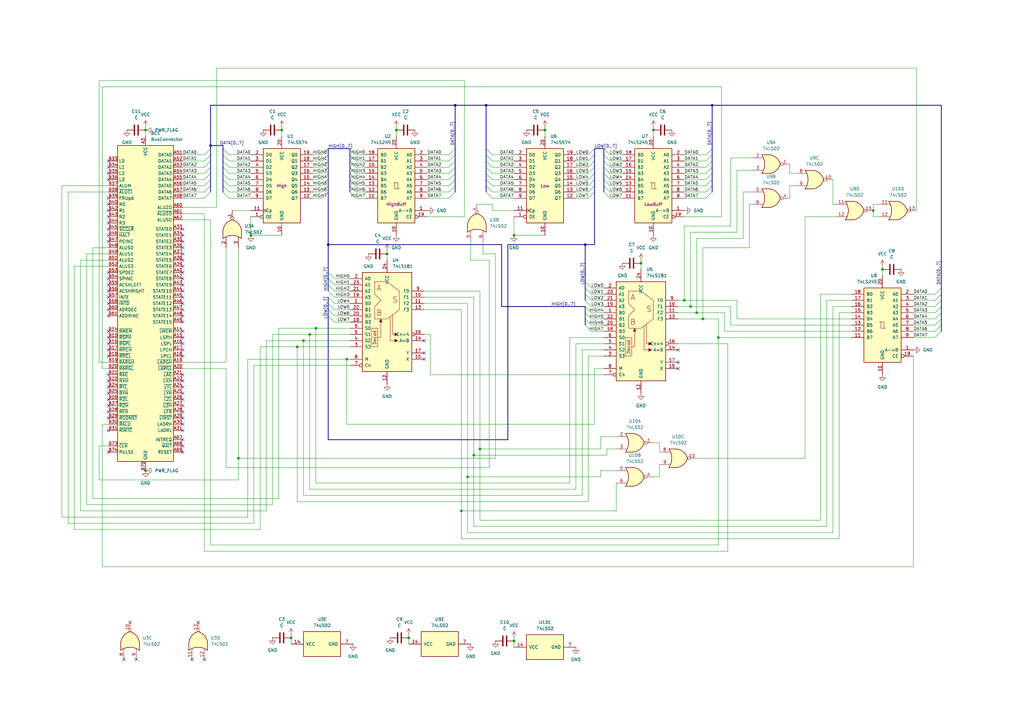
<source format=kicad_sch>
(kicad_sch (version 20250114) (generator "eeschema") (generator_version "9.0")
  (paper "A3")
  (junction (at 59.69 193.04))
  (junction (at 288.29 130.81))
  (junction (at 191.77 195.58))
  (junction (at 267.97 53.34))
  (junction (at 158.75 104.14))
  (junction (at 162.56 53.34))
  (junction (at 294.64 138.43))
  (junction (at 292.1 43.18))
  (junction (at 167.64 261.62))
  (junction (at 124.46 139.7))
  (junction (at 196.85 184.15))
  (junction (at 97.79 187.96))
  (junction (at 127 137.16))
  (junction (at 358.14 86.36))
  (junction (at 142.24 147.32))
  (junction (at 129.54 134.62))
  (junction (at 210.82 262.89))
  (junction (at 194.31 186.69))
  (junction (at 361.95 110.49))
  (junction (at 285.75 128.27))
  (junction (at 115.57 53.34))
  (junction (at 121.92 142.24))
  (junction (at 189.23 209.55))
  (junction (at 280.67 123.19))
  (junction (at 283.21 125.73))
  (junction (at 119.38 261.62))
  (junction (at 210.82 96.52))
  (junction (at 223.52 53.34))
  (junction (at 134.62 100.33))
  (junction (at 186.69 43.18))
  (junction (at 262.89 107.95))
  (junction (at 240.03 100.33))
  (junction (at 86.36 59.69))
  (junction (at 199.39 43.18))
  (junction (at 102.87 96.52))
  (junction (at 59.69 53.34))
  (no_connect (at 74.93 124.46))
  (no_connect (at 81.28 255.27))
  (no_connect (at 74.93 99.06))
  (no_connect (at 74.93 140.97))
  (no_connect (at 74.93 106.68))
  (no_connect (at 74.93 180.34))
  (no_connect (at 74.93 132.08))
  (no_connect (at 278.13 151.13))
  (no_connect (at 44.45 91.44))
  (no_connect (at 74.93 109.22))
  (no_connect (at 74.93 101.6))
  (no_connect (at 278.13 143.51))
  (no_connect (at 44.45 163.83))
  (no_connect (at 44.45 153.67))
  (no_connect (at 44.45 88.9))
  (no_connect (at 74.93 168.91))
  (no_connect (at 74.93 111.76))
  (no_connect (at 74.93 171.45))
  (no_connect (at 74.93 158.75))
  (no_connect (at 44.45 158.75))
  (no_connect (at 74.93 119.38))
  (no_connect (at 44.45 111.76))
  (no_connect (at 74.93 121.92))
  (no_connect (at 74.93 93.98))
  (no_connect (at 44.45 166.37))
  (no_connect (at 74.93 114.3))
  (no_connect (at 74.93 185.42))
  (no_connect (at 44.45 96.52))
  (no_connect (at 55.88 270.51))
  (no_connect (at 44.45 127))
  (no_connect (at 74.93 176.53))
  (no_connect (at 74.93 146.05))
  (no_connect (at 278.13 148.59))
  (no_connect (at 44.45 116.84))
  (no_connect (at 44.45 176.53))
  (no_connect (at 44.45 140.97))
  (no_connect (at 44.45 73.66))
  (no_connect (at 173.99 147.32))
  (no_connect (at 44.45 171.45))
  (no_connect (at 44.45 66.04))
  (no_connect (at 44.45 129.54))
  (no_connect (at 44.45 138.43))
  (no_connect (at 74.93 143.51))
  (no_connect (at 74.93 96.52))
  (no_connect (at 44.45 121.92))
  (no_connect (at 44.45 68.58))
  (no_connect (at 53.34 255.27))
  (no_connect (at 74.93 182.88))
  (no_connect (at 44.45 119.38))
  (no_connect (at 74.93 116.84))
  (no_connect (at 44.45 185.42))
  (no_connect (at 74.93 161.29))
  (no_connect (at 44.45 156.21))
  (no_connect (at 74.93 138.43))
  (no_connect (at 44.45 114.3))
  (no_connect (at 44.45 93.98))
  (no_connect (at 44.45 143.51))
  (no_connect (at 74.93 104.14))
  (no_connect (at 173.99 144.78))
  (no_connect (at 74.93 135.89))
  (no_connect (at 74.93 166.37))
  (no_connect (at 44.45 83.82))
  (no_connect (at 44.45 161.29))
  (no_connect (at 44.45 168.91))
  (no_connect (at 173.99 139.7))
  (no_connect (at 74.93 156.21))
  (no_connect (at 44.45 124.46))
  (no_connect (at 74.93 173.99))
  (no_connect (at 44.45 99.06))
  (no_connect (at 44.45 81.28))
  (no_connect (at 78.74 270.51))
  (no_connect (at 74.93 127))
  (no_connect (at 74.93 153.67))
  (no_connect (at 50.8 270.51))
  (no_connect (at 74.93 163.83))
  (no_connect (at 44.45 135.89))
  (no_connect (at 83.82 270.51))
  (no_connect (at 44.45 146.05))
  (no_connect (at 74.93 129.54))
  (no_connect (at 44.45 86.36))
  (no_connect (at 44.45 71.12))
  (bus_entry (at 247.65 78.74) (size 2.54 2.54))
  (bus_entry (at 134.62 124.46) (size 2.54 2.54))
  (bus_entry (at 292.1 76.2) (size -2.54 2.54))
  (bus_entry (at 292.1 63.5) (size -2.54 2.54))
  (bus_entry (at 386.08 118.11) (size -2.54 2.54))
  (bus_entry (at 243.84 76.2) (size -2.54 2.54))
  (bus_entry (at 134.62 121.92) (size 2.54 2.54))
  (bus_entry (at 186.69 78.74) (size -2.54 2.54))
  (bus_entry (at 134.62 127) (size 2.54 2.54))
  (bus_entry (at 86.36 66.04) (size -2.54 2.54))
  (bus_entry (at 91.44 73.66) (size 2.54 2.54))
  (bus_entry (at 199.39 73.66) (size 2.54 2.54))
  (bus_entry (at 186.69 66.04) (size -2.54 2.54))
  (bus_entry (at 134.62 68.58) (size -2.54 2.54))
  (bus_entry (at 243.84 73.66) (size -2.54 2.54))
  (bus_entry (at 143.51 73.66) (size 2.54 2.54))
  (bus_entry (at 134.62 63.5) (size -2.54 2.54))
  (bus_entry (at 86.36 73.66) (size -2.54 2.54))
  (bus_entry (at 91.44 68.58) (size 2.54 2.54))
  (bus_entry (at 134.62 76.2) (size -2.54 2.54))
  (bus_entry (at 243.84 68.58) (size -2.54 2.54))
  (bus_entry (at 199.39 71.12) (size 2.54 2.54))
  (bus_entry (at 143.51 71.12) (size 2.54 2.54))
  (bus_entry (at 134.62 111.76) (size 2.54 2.54))
  (bus_entry (at 134.62 78.74) (size -2.54 2.54))
  (bus_entry (at 386.08 120.65) (size -2.54 2.54))
  (bus_entry (at 199.39 76.2) (size 2.54 2.54))
  (bus_entry (at 86.36 60.96) (size -2.54 2.54))
  (bus_entry (at 243.84 60.96) (size -2.54 2.54))
  (bus_entry (at 240.03 130.81) (size 2.54 2.54))
  (bus_entry (at 134.62 71.12) (size -2.54 2.54))
  (bus_entry (at 91.44 78.74) (size 2.54 2.54))
  (bus_entry (at 247.65 76.2) (size 2.54 2.54))
  (bus_entry (at 91.44 63.5) (size 2.54 2.54))
  (bus_entry (at 86.36 68.58) (size -2.54 2.54))
  (bus_entry (at 186.69 68.58) (size -2.54 2.54))
  (bus_entry (at 240.03 118.11) (size 2.54 2.54))
  (bus_entry (at 143.51 68.58) (size 2.54 2.54))
  (bus_entry (at 240.03 115.57) (size 2.54 2.54))
  (bus_entry (at 199.39 68.58) (size 2.54 2.54))
  (bus_entry (at 134.62 60.96) (size -2.54 2.54))
  (bus_entry (at 186.69 73.66) (size -2.54 2.54))
  (bus_entry (at 240.03 120.65) (size 2.54 2.54))
  (bus_entry (at 134.62 66.04) (size -2.54 2.54))
  (bus_entry (at 199.39 60.96) (size 2.54 2.54))
  (bus_entry (at 134.62 116.84) (size 2.54 2.54))
  (bus_entry (at 134.62 119.38) (size 2.54 2.54))
  (bus_entry (at 86.36 71.12) (size -2.54 2.54))
  (bus_entry (at 91.44 60.96) (size 2.54 2.54))
  (bus_entry (at 143.51 76.2) (size 2.54 2.54))
  (bus_entry (at 243.84 66.04) (size -2.54 2.54))
  (bus_entry (at 240.03 128.27) (size 2.54 2.54))
  (bus_entry (at 186.69 63.5) (size -2.54 2.54))
  (bus_entry (at 243.84 78.74) (size -2.54 2.54))
  (bus_entry (at 243.84 71.12) (size -2.54 2.54))
  (bus_entry (at 86.36 78.74) (size -2.54 2.54))
  (bus_entry (at 86.36 76.2) (size -2.54 2.54))
  (bus_entry (at 143.51 66.04) (size 2.54 2.54))
  (bus_entry (at 386.08 130.81) (size -2.54 2.54))
  (bus_entry (at 91.44 71.12) (size 2.54 2.54))
  (bus_entry (at 247.65 68.58) (size 2.54 2.54))
  (bus_entry (at 240.03 125.73) (size 2.54 2.54))
  (bus_entry (at 134.62 73.66) (size -2.54 2.54))
  (bus_entry (at 292.1 60.96) (size -2.54 2.54))
  (bus_entry (at 86.36 63.5) (size -2.54 2.54))
  (bus_entry (at 143.51 60.96) (size 2.54 2.54))
  (bus_entry (at 292.1 68.58) (size -2.54 2.54))
  (bus_entry (at 247.65 66.04) (size 2.54 2.54))
  (bus_entry (at 186.69 60.96) (size -2.54 2.54))
  (bus_entry (at 386.08 123.19) (size -2.54 2.54))
  (bus_entry (at 386.08 133.35) (size -2.54 2.54))
  (bus_entry (at 292.1 71.12) (size -2.54 2.54))
  (bus_entry (at 199.39 63.5) (size 2.54 2.54))
  (bus_entry (at 247.65 73.66) (size 2.54 2.54))
  (bus_entry (at 91.44 76.2) (size 2.54 2.54))
  (bus_entry (at 134.62 129.54) (size 2.54 2.54))
  (bus_entry (at 240.03 123.19) (size 2.54 2.54))
  (bus_entry (at 386.08 135.89) (size -2.54 2.54))
  (bus_entry (at 247.65 63.5) (size 2.54 2.54))
  (bus_entry (at 292.1 66.04) (size -2.54 2.54))
  (bus_entry (at 292.1 73.66) (size -2.54 2.54))
  (bus_entry (at 386.08 125.73) (size -2.54 2.54))
  (bus_entry (at 247.65 60.96) (size 2.54 2.54))
  (bus_entry (at 186.69 71.12) (size -2.54 2.54))
  (bus_entry (at 292.1 78.74) (size -2.54 2.54))
  (bus_entry (at 240.03 133.35) (size 2.54 2.54))
  (bus_entry (at 199.39 66.04) (size 2.54 2.54))
  (bus_entry (at 134.62 114.3) (size 2.54 2.54))
  (bus_entry (at 243.84 63.5) (size -2.54 2.54))
  (bus_entry (at 247.65 71.12) (size 2.54 2.54))
  (bus_entry (at 386.08 128.27) (size -2.54 2.54))
  (bus_entry (at 143.51 78.74) (size 2.54 2.54))
  (bus_entry (at 91.44 66.04) (size 2.54 2.54))
  (bus_entry (at 199.39 78.74) (size 2.54 2.54))
  (bus_entry (at 143.51 63.5) (size 2.54 2.54))
  (bus_entry (at 186.69 76.2) (size -2.54 2.54))
  (bus (pts (xy 386.08 133.35) (xy 386.08 135.89)))
  (wire (pts (xy 27.94 214.63) (xy 104.14 214.63)))
  (wire (pts (xy 233.68 198.12) (xy 233.68 138.43)))
  (wire (pts (xy 173.99 127) (xy 189.23 127)))
  (wire (pts (xy 302.26 95.25) (xy 302.26 69.85)))
  (wire (pts (xy 285.75 128.27) (xy 285.75 97.79)))
  (wire (pts (xy 121.92 205.74) (xy 241.3 205.74)))
  (wire (pts (xy 200.66 106.68) (xy 193.04 106.68)))
  (wire (pts (xy 255.27 71.12) (xy 250.19 71.12)))
  (wire (pts (xy 248.92 186.69) (xy 248.92 184.15)))
  (wire (pts (xy 149.86 81.28) (xy 146.05 81.28)))
  (bus (pts (xy 186.69 76.2) (xy 186.69 78.74)))
  (bus (pts (xy 205.74 125.73) (xy 240.03 125.73)))
  (wire (pts (xy 375.92 86.36) (xy 375.92 27.94)))
  (wire (pts (xy 40.64 182.88) (xy 40.64 196.85)))
  (wire (pts (xy 236.22 81.28) (xy 241.3 81.28)))
  (bus (pts (xy 247.65 73.66) (xy 247.65 76.2)))
  (bus (pts (xy 240.03 100.33) (xy 243.84 100.33)))
  (wire (pts (xy 41.91 151.13) (xy 41.91 35.56)))
  (wire (pts (xy 323.85 76.2) (xy 326.39 76.2)))
  (wire (pts (xy 184.15 63.5) (xy 175.26 63.5)))
  (wire (pts (xy 104.14 149.86) (xy 143.51 149.86)))
  (wire (pts (xy 243.84 151.13) (xy 247.65 151.13)))
  (wire (pts (xy 109.22 209.55) (xy 109.22 139.7)))
  (wire (pts (xy 40.64 148.59) (xy 44.45 148.59)))
  (wire (pts (xy 243.84 173.99) (xy 243.84 151.13)))
  (wire (pts (xy 238.76 203.2) (xy 238.76 143.51)))
  (wire (pts (xy 173.99 121.92) (xy 194.31 121.92)))
  (wire (pts (xy 83.82 66.04) (xy 74.93 66.04)))
  (wire (pts (xy 83.82 81.28) (xy 74.93 81.28)))
  (bus (pts (xy 134.62 116.84) (xy 134.62 119.38)))
  (wire (pts (xy 93.98 66.04) (xy 102.87 66.04)))
  (bus (pts (xy 199.39 66.04) (xy 199.39 68.58)))
  (wire (pts (xy 203.2 104.14) (xy 198.12 104.14)))
  (wire (pts (xy 142.24 147.32) (xy 142.24 173.99)))
  (wire (pts (xy 191.77 195.58) (xy 191.77 218.44)))
  (wire (pts (xy 270.51 195.58) (xy 270.51 190.5)))
  (bus (pts (xy 240.03 120.65) (xy 240.03 123.19)))
  (wire (pts (xy 299.72 125.73) (xy 299.72 133.35)))
  (wire (pts (xy 184.15 71.12) (xy 175.26 71.12)))
  (bus (pts (xy 240.03 128.27) (xy 240.03 130.81)))
  (bus (pts (xy 199.39 76.2) (xy 199.39 78.74)))
  (wire (pts (xy 35.56 207.01) (xy 111.76 207.01)))
  (wire (pts (xy 339.09 215.9) (xy 339.09 123.19)))
  (wire (pts (xy 278.13 128.27) (xy 285.75 128.27)))
  (wire (pts (xy 27.94 78.74) (xy 44.45 78.74)))
  (wire (pts (xy 83.82 68.58) (xy 74.93 68.58)))
  (bus (pts (xy 292.1 71.12) (xy 292.1 73.66)))
  (wire (pts (xy 289.56 73.66) (xy 280.67 73.66)))
  (wire (pts (xy 323.85 71.12) (xy 326.39 71.12)))
  (wire (pts (xy 129.54 134.62) (xy 143.51 134.62)))
  (bus (pts (xy 386.08 125.73) (xy 386.08 128.27)))
  (wire (pts (xy 93.98 78.74) (xy 102.87 78.74)))
  (wire (pts (xy 198.12 104.14) (xy 198.12 99.06)))
  (wire (pts (xy 267.97 53.34) (xy 267.97 55.88)))
  (wire (pts (xy 162.56 52.07) (xy 162.56 53.34)))
  (wire (pts (xy 289.56 66.04) (xy 280.67 66.04)))
  (wire (pts (xy 242.57 123.19) (xy 247.65 123.19)))
  (bus (pts (xy 240.03 100.33) (xy 240.03 115.57)))
  (wire (pts (xy 83.82 76.2) (xy 74.93 76.2)))
  (bus (pts (xy 134.62 100.33) (xy 205.74 100.33)))
  (wire (pts (xy 339.09 123.19) (xy 349.25 123.19)))
  (wire (pts (xy 341.63 125.73) (xy 349.25 125.73)))
  (wire (pts (xy 238.76 143.51) (xy 247.65 143.51)))
  (bus (pts (xy 91.44 59.69) (xy 91.44 60.96)))
  (wire (pts (xy 30.48 109.22) (xy 44.45 109.22)))
  (wire (pts (xy 74.93 151.13) (xy 92.71 151.13)))
  (wire (pts (xy 255.27 81.28) (xy 250.19 81.28)))
  (wire (pts (xy 285.75 128.27) (xy 297.18 128.27)))
  (bus (pts (xy 186.69 66.04) (xy 186.69 68.58)))
  (wire (pts (xy 124.46 139.7) (xy 143.51 139.7)))
  (wire (pts (xy 92.71 148.59) (xy 92.71 101.6)))
  (bus (pts (xy 86.36 71.12) (xy 86.36 73.66)))
  (bus (pts (xy 292.1 63.5) (xy 292.1 66.04)))
  (wire (pts (xy 104.14 214.63) (xy 104.14 149.86)))
  (wire (pts (xy 201.93 71.12) (xy 210.82 71.12)))
  (wire (pts (xy 97.79 187.96) (xy 203.2 187.96)))
  (wire (pts (xy 299.72 64.77) (xy 308.61 64.77)))
  (wire (pts (xy 289.56 76.2) (xy 280.67 76.2)))
  (bus (pts (xy 247.65 76.2) (xy 247.65 78.74)))
  (wire (pts (xy 203.2 187.96) (xy 203.2 104.14)))
  (wire (pts (xy 196.85 184.15) (xy 196.85 213.36)))
  (wire (pts (xy 137.16 114.3) (xy 143.51 114.3)))
  (wire (pts (xy 40.64 196.85) (xy 97.79 196.85)))
  (wire (pts (xy 255.27 66.04) (xy 250.19 66.04)))
  (wire (pts (xy 41.91 35.56) (xy 295.91 35.56)))
  (wire (pts (xy 285.75 97.79) (xy 304.8 97.79)))
  (wire (pts (xy 288.29 130.81) (xy 294.64 130.81)))
  (wire (pts (xy 184.15 78.74) (xy 175.26 78.74)))
  (wire (pts (xy 162.56 53.34) (xy 162.56 55.88)))
  (bus (pts (xy 143.51 66.04) (xy 143.51 68.58)))
  (wire (pts (xy 344.17 128.27) (xy 349.25 128.27)))
  (bus (pts (xy 199.39 43.18) (xy 292.1 43.18)))
  (wire (pts (xy 210.82 96.52) (xy 210.82 88.9)))
  (wire (pts (xy 106.68 217.17) (xy 106.68 142.24)))
  (wire (pts (xy 25.4 76.2) (xy 44.45 76.2)))
  (wire (pts (xy 101.6 212.09) (xy 101.6 147.32)))
  (bus (pts (xy 86.36 66.04) (xy 86.36 68.58)))
  (wire (pts (xy 173.99 119.38) (xy 196.85 119.38)))
  (bus (pts (xy 86.36 43.18) (xy 86.36 59.69)))
  (wire (pts (xy 289.56 81.28) (xy 280.67 81.28)))
  (wire (pts (xy 191.77 195.58) (xy 246.38 195.58)))
  (bus (pts (xy 186.69 73.66) (xy 186.69 76.2)))
  (bus (pts (xy 240.03 115.57) (xy 240.03 118.11)))
  (wire (pts (xy 33.02 106.68) (xy 33.02 209.55)))
  (wire (pts (xy 223.52 53.34) (xy 223.52 55.88)))
  (bus (pts (xy 199.39 43.18) (xy 199.39 60.96)))
  (wire (pts (xy 278.13 140.97) (xy 298.45 140.97)))
  (wire (pts (xy 358.14 88.9) (xy 360.68 88.9)))
  (wire (pts (xy 74.93 148.59) (xy 92.71 148.59)))
  (wire (pts (xy 288.29 130.81) (xy 288.29 101.6)))
  (wire (pts (xy 246.38 184.15) (xy 246.38 179.07)))
  (bus (pts (xy 292.1 66.04) (xy 292.1 68.58)))
  (wire (pts (xy 194.31 215.9) (xy 339.09 215.9)))
  (wire (pts (xy 93.98 68.58) (xy 102.87 68.58)))
  (wire (pts (xy 129.54 198.12) (xy 233.68 198.12)))
  (wire (pts (xy 242.57 135.89) (xy 247.65 135.89)))
  (wire (pts (xy 344.17 220.98) (xy 344.17 128.27)))
  (wire (pts (xy 298.45 140.97) (xy 298.45 226.06)))
  (wire (pts (xy 294.64 223.52) (xy 86.36 223.52)))
  (wire (pts (xy 304.8 97.79) (xy 304.8 78.74)))
  (wire (pts (xy 38.1 101.6) (xy 38.1 204.47)))
  (wire (pts (xy 383.54 133.35) (xy 374.65 133.35)))
  (bus (pts (xy 240.03 125.73) (xy 240.03 128.27)))
  (wire (pts (xy 383.54 130.81) (xy 374.65 130.81)))
  (bus (pts (xy 143.51 73.66) (xy 143.51 76.2)))
  (wire (pts (xy 114.3 204.47) (xy 114.3 134.62)))
  (wire (pts (xy 374.65 232.41) (xy 374.65 146.05)))
  (wire (pts (xy 115.57 52.07) (xy 115.57 53.34)))
  (wire (pts (xy 88.9 85.09) (xy 74.93 85.09)))
  (wire (pts (xy 149.86 73.66) (xy 146.05 73.66)))
  (wire (pts (xy 255.27 78.74) (xy 250.19 78.74)))
  (wire (pts (xy 83.82 78.74) (xy 74.93 78.74)))
  (wire (pts (xy 124.46 203.2) (xy 238.76 203.2)))
  (bus (pts (xy 247.65 60.96) (xy 247.65 63.5)))
  (wire (pts (xy 358.14 86.36) (xy 358.14 88.9)))
  (wire (pts (xy 111.76 207.01) (xy 111.76 137.16)))
  (wire (pts (xy 361.95 110.49) (xy 361.95 113.03)))
  (bus (pts (xy 134.62 78.74) (xy 134.62 100.33)))
  (bus (pts (xy 243.84 71.12) (xy 243.84 73.66)))
  (wire (pts (xy 38.1 204.47) (xy 114.3 204.47)))
  (wire (pts (xy 383.54 135.89) (xy 374.65 135.89)))
  (bus (pts (xy 134.62 73.66) (xy 134.62 76.2)))
  (bus (pts (xy 143.51 60.96) (xy 143.51 63.5)))
  (wire (pts (xy 242.57 130.81) (xy 247.65 130.81)))
  (wire (pts (xy 33.02 106.68) (xy 44.45 106.68)))
  (bus (pts (xy 86.36 60.96) (xy 86.36 63.5)))
  (wire (pts (xy 283.21 125.73) (xy 283.21 95.25)))
  (wire (pts (xy 59.69 52.07) (xy 59.69 53.34)))
  (wire (pts (xy 267.97 52.07) (xy 267.97 53.34)))
  (bus (pts (xy 91.44 71.12) (xy 91.44 73.66)))
  (wire (pts (xy 246.38 195.58) (xy 246.38 193.04)))
  (bus (pts (xy 199.39 60.96) (xy 199.39 63.5)))
  (bus (pts (xy 208.28 100.33) (xy 240.03 100.33)))
  (wire (pts (xy 201.93 76.2) (xy 210.82 76.2)))
  (bus (pts (xy 386.08 43.18) (xy 292.1 43.18)))
  (bus (pts (xy 243.84 76.2) (xy 243.84 78.74)))
  (bus (pts (xy 134.62 100.33) (xy 134.62 111.76)))
  (bus (pts (xy 134.62 111.76) (xy 134.62 114.3)))
  (bus (pts (xy 91.44 76.2) (xy 91.44 78.74)))
  (wire (pts (xy 102.87 96.52) (xy 102.87 88.9)))
  (wire (pts (xy 93.98 73.66) (xy 102.87 73.66)))
  (wire (pts (xy 295.91 88.9) (xy 280.67 88.9)))
  (wire (pts (xy 297.18 128.27) (xy 297.18 135.89)))
  (bus (pts (xy 91.44 73.66) (xy 91.44 76.2)))
  (wire (pts (xy 341.63 83.82) (xy 342.9 83.82)))
  (wire (pts (xy 119.38 260.35) (xy 119.38 261.62)))
  (wire (pts (xy 196.85 213.36) (xy 336.55 213.36)))
  (wire (pts (xy 137.16 127) (xy 143.51 127)))
  (bus (pts (xy 143.51 68.58) (xy 143.51 71.12)))
  (wire (pts (xy 137.16 132.08) (xy 143.51 132.08)))
  (wire (pts (xy 111.76 137.16) (xy 127 137.16)))
  (wire (pts (xy 95.25 86.36) (xy 102.87 86.36)))
  (wire (pts (xy 294.64 138.43) (xy 349.25 138.43)))
  (wire (pts (xy 86.36 90.17) (xy 74.93 90.17)))
  (bus (pts (xy 134.62 124.46) (xy 134.62 127)))
  (wire (pts (xy 97.79 196.85) (xy 97.79 187.96)))
  (wire (pts (xy 191.77 124.46) (xy 191.77 195.58)))
  (wire (pts (xy 252.73 209.55) (xy 252.73 198.12)))
  (wire (pts (xy 358.14 83.82) (xy 360.68 83.82)))
  (bus (pts (xy 186.69 71.12) (xy 186.69 73.66)))
  (wire (pts (xy 267.97 195.58) (xy 270.51 195.58)))
  (wire (pts (xy 189.23 209.55) (xy 252.73 209.55)))
  (wire (pts (xy 124.46 139.7) (xy 124.46 203.2)))
  (wire (pts (xy 189.23 220.98) (xy 344.17 220.98)))
  (bus (pts (xy 91.44 60.96) (xy 91.44 63.5)))
  (wire (pts (xy 236.22 76.2) (xy 241.3 76.2)))
  (wire (pts (xy 86.36 223.52) (xy 86.36 90.17)))
  (wire (pts (xy 59.69 53.34) (xy 59.69 55.88)))
  (bus (pts (xy 134.62 63.5) (xy 134.62 66.04)))
  (bus (pts (xy 199.39 63.5) (xy 199.39 66.04)))
  (wire (pts (xy 92.71 151.13) (xy 92.71 191.77)))
  (wire (pts (xy 194.31 186.69) (xy 248.92 186.69)))
  (bus (pts (xy 186.69 43.18) (xy 186.69 60.96)))
  (wire (pts (xy 149.86 66.04) (xy 146.05 66.04)))
  (wire (pts (xy 44.45 151.13) (xy 41.91 151.13)))
  (bus (pts (xy 134.62 121.92) (xy 134.62 124.46)))
  (wire (pts (xy 196.85 184.15) (xy 246.38 184.15)))
  (wire (pts (xy 289.56 71.12) (xy 280.67 71.12)))
  (wire (pts (xy 283.21 125.73) (xy 299.72 125.73)))
  (wire (pts (xy 128.27 68.58) (xy 132.08 68.58)))
  (wire (pts (xy 278.13 125.73) (xy 283.21 125.73)))
  (wire (pts (xy 142.24 173.99) (xy 243.84 173.99)))
  (bus (pts (xy 240.03 118.11) (xy 240.03 120.65)))
  (wire (pts (xy 262.89 107.95) (xy 262.89 110.49)))
  (bus (pts (xy 243.84 60.96) (xy 243.84 63.5)))
  (wire (pts (xy 236.22 73.66) (xy 241.3 73.66)))
  (wire (pts (xy 115.57 96.52) (xy 102.87 96.52)))
  (wire (pts (xy 383.54 138.43) (xy 374.65 138.43)))
  (bus (pts (xy 91.44 68.58) (xy 91.44 71.12)))
  (wire (pts (xy 128.27 78.74) (xy 132.08 78.74)))
  (wire (pts (xy 93.98 76.2) (xy 102.87 76.2)))
  (wire (pts (xy 255.27 76.2) (xy 250.19 76.2)))
  (wire (pts (xy 201.93 86.36) (xy 210.82 86.36)))
  (wire (pts (xy 236.22 200.66) (xy 236.22 140.97)))
  (wire (pts (xy 189.23 209.55) (xy 189.23 220.98)))
  (wire (pts (xy 383.54 123.19) (xy 374.65 123.19)))
  (bus (pts (xy 91.44 63.5) (xy 91.44 66.04)))
  (wire (pts (xy 137.16 121.92) (xy 143.51 121.92)))
  (wire (pts (xy 302.26 123.19) (xy 302.26 130.81)))
  (bus (pts (xy 186.69 68.58) (xy 186.69 71.12)))
  (bus (pts (xy 143.51 71.12) (xy 143.51 73.66)))
  (wire (pts (xy 246.38 179.07) (xy 252.73 179.07)))
  (wire (pts (xy 83.82 73.66) (xy 74.93 73.66)))
  (wire (pts (xy 189.23 127) (xy 189.23 209.55)))
  (wire (pts (xy 294.64 138.43) (xy 294.64 223.52)))
  (wire (pts (xy 127 137.16) (xy 143.51 137.16)))
  (wire (pts (xy 236.22 63.5) (xy 241.3 63.5)))
  (wire (pts (xy 241.3 146.05) (xy 247.65 146.05)))
  (wire (pts (xy 30.48 109.22) (xy 30.48 217.17)))
  (wire (pts (xy 289.56 63.5) (xy 280.67 63.5)))
  (wire (pts (xy 40.64 33.02) (xy 190.5 33.02)))
  (wire (pts (xy 121.92 142.24) (xy 143.51 142.24)))
  (wire (pts (xy 83.82 63.5) (xy 74.93 63.5)))
  (bus (pts (xy 86.36 59.69) (xy 91.44 59.69)))
  (wire (pts (xy 233.68 138.43) (xy 247.65 138.43)))
  (wire (pts (xy 299.72 133.35) (xy 349.25 133.35)))
  (wire (pts (xy 115.57 53.34) (xy 115.57 55.88)))
  (wire (pts (xy 190.5 33.02) (xy 190.5 88.9)))
  (wire (pts (xy 109.22 139.7) (xy 124.46 139.7)))
  (wire (pts (xy 142.24 147.32) (xy 143.51 147.32)))
  (wire (pts (xy 93.98 71.12) (xy 102.87 71.12)))
  (wire (pts (xy 149.86 68.58) (xy 146.05 68.58)))
  (wire (pts (xy 33.02 209.55) (xy 109.22 209.55)))
  (bus (pts (xy 243.84 60.96) (xy 247.65 60.96)))
  (wire (pts (xy 27.94 78.74) (xy 27.94 214.63)))
  (wire (pts (xy 196.85 119.38) (xy 196.85 184.15)))
  (bus (pts (xy 86.36 76.2) (xy 86.36 78.74)))
  (wire (pts (xy 121.92 142.24) (xy 121.92 205.74)))
  (bus (pts (xy 243.84 63.5) (xy 243.84 66.04)))
  (wire (pts (xy 295.91 35.56) (xy 295.91 88.9)))
  (wire (pts (xy 255.27 73.66) (xy 250.19 73.66)))
  (wire (pts (xy 101.6 147.32) (xy 142.24 147.32)))
  (wire (pts (xy 210.82 261.62) (xy 210.82 262.89)))
  (wire (pts (xy 83.82 87.63) (xy 74.93 87.63)))
  (bus (pts (xy 134.62 60.96) (xy 134.62 63.5)))
  (wire (pts (xy 288.29 101.6) (xy 307.34 101.6)))
  (wire (pts (xy 297.18 135.89) (xy 349.25 135.89)))
  (wire (pts (xy 262.89 106.68) (xy 262.89 107.95)))
  (wire (pts (xy 40.64 148.59) (xy 40.64 33.02)))
  (bus (pts (xy 134.62 66.04) (xy 134.62 68.58)))
  (wire (pts (xy 127 200.66) (xy 236.22 200.66)))
  (wire (pts (xy 280.67 92.71) (xy 299.72 92.71)))
  (wire (pts (xy 375.92 27.94) (xy 88.9 27.94)))
  (wire (pts (xy 241.3 205.74) (xy 241.3 146.05)))
  (wire (pts (xy 383.54 125.73) (xy 374.65 125.73)))
  (bus (pts (xy 292.1 73.66) (xy 292.1 76.2)))
  (bus (pts (xy 292.1 60.96) (xy 292.1 63.5)))
  (bus (pts (xy 134.62 114.3) (xy 134.62 116.84)))
  (bus (pts (xy 134.62 76.2) (xy 134.62 78.74)))
  (wire (pts (xy 137.16 129.54) (xy 143.51 129.54)))
  (bus (pts (xy 134.62 60.96) (xy 143.51 60.96)))
  (wire (pts (xy 137.16 119.38) (xy 143.51 119.38)))
  (wire (pts (xy 299.72 92.71) (xy 299.72 64.77)))
  (bus (pts (xy 186.69 60.96) (xy 186.69 63.5)))
  (wire (pts (xy 248.92 184.15) (xy 252.73 184.15)))
  (wire (pts (xy 191.77 218.44) (xy 341.63 218.44)))
  (wire (pts (xy 128.27 71.12) (xy 132.08 71.12)))
  (wire (pts (xy 25.4 76.2) (xy 25.4 212.09)))
  (wire (pts (xy 184.15 66.04) (xy 175.26 66.04)))
  (bus (pts (xy 134.62 129.54) (xy 134.62 180.34)))
  (bus (pts (xy 386.08 43.18) (xy 386.08 118.11)))
  (wire (pts (xy 236.22 140.97) (xy 247.65 140.97)))
  (wire (pts (xy 278.13 130.81) (xy 288.29 130.81)))
  (wire (pts (xy 330.2 88.9) (xy 342.9 88.9)))
  (wire (pts (xy 176.53 153.67) (xy 247.65 153.67)))
  (wire (pts (xy 267.97 181.61) (xy 270.51 181.61)))
  (wire (pts (xy 167.64 261.62) (xy 167.64 264.16)))
  (wire (pts (xy 128.27 73.66) (xy 132.08 73.66)))
  (bus (pts (xy 86.36 60.96) (xy 86.36 59.69)))
  (bus (pts (xy 247.65 63.5) (xy 247.65 66.04)))
  (bus (pts (xy 143.51 76.2) (xy 143.51 78.74)))
  (wire (pts (xy 358.14 86.36) (xy 358.14 83.82)))
  (wire (pts (xy 149.86 78.74) (xy 146.05 78.74)))
  (bus (pts (xy 292.1 68.58) (xy 292.1 71.12)))
  (wire (pts (xy 201.93 78.74) (xy 210.82 78.74)))
  (bus (pts (xy 199.39 68.58) (xy 199.39 71.12)))
  (wire (pts (xy 127 137.16) (xy 127 200.66)))
  (wire (pts (xy 149.86 63.5) (xy 146.05 63.5)))
  (wire (pts (xy 336.55 213.36) (xy 336.55 120.65)))
  (bus (pts (xy 292.1 43.18) (xy 292.1 60.96)))
  (wire (pts (xy 307.34 101.6) (xy 307.34 83.82)))
  (wire (pts (xy 336.55 120.65) (xy 349.25 120.65)))
  (bus (pts (xy 243.84 78.74) (xy 243.84 100.33)))
  (wire (pts (xy 383.54 128.27) (xy 374.65 128.27)))
  (bus (pts (xy 386.08 128.27) (xy 386.08 130.81)))
  (wire (pts (xy 184.15 68.58) (xy 175.26 68.58)))
  (wire (pts (xy 97.79 187.96) (xy 97.79 101.6)))
  (wire (pts (xy 93.98 81.28) (xy 102.87 81.28)))
  (wire (pts (xy 106.68 142.24) (xy 121.92 142.24)))
  (bus (pts (xy 386.08 118.11) (xy 386.08 120.65)))
  (wire (pts (xy 302.26 69.85) (xy 308.61 69.85)))
  (wire (pts (xy 137.16 116.84) (xy 143.51 116.84)))
  (bus (pts (xy 86.36 73.66) (xy 86.36 76.2)))
  (wire (pts (xy 341.63 218.44) (xy 341.63 125.73)))
  (wire (pts (xy 137.16 124.46) (xy 143.51 124.46)))
  (wire (pts (xy 242.57 128.27) (xy 247.65 128.27)))
  (wire (pts (xy 35.56 104.14) (xy 44.45 104.14)))
  (wire (pts (xy 83.82 226.06) (xy 83.82 87.63)))
  (wire (pts (xy 88.9 27.94) (xy 88.9 85.09)))
  (bus (pts (xy 199.39 71.12) (xy 199.39 73.66)))
  (bus (pts (xy 292.1 76.2) (xy 292.1 78.74)))
  (bus (pts (xy 186.69 43.18) (xy 86.36 43.18)))
  (bus (pts (xy 386.08 130.81) (xy 386.08 133.35)))
  (wire (pts (xy 149.86 71.12) (xy 146.05 71.12)))
  (wire (pts (xy 280.67 123.19) (xy 280.67 92.71)))
  (wire (pts (xy 236.22 66.04) (xy 241.3 66.04)))
  (wire (pts (xy 294.64 130.81) (xy 294.64 138.43)))
  (wire (pts (xy 200.66 191.77) (xy 200.66 106.68)))
  (wire (pts (xy 323.85 81.28) (xy 323.85 76.2)))
  (wire (pts (xy 149.86 76.2) (xy 146.05 76.2)))
  (wire (pts (xy 128.27 66.04) (xy 132.08 66.04)))
  (wire (pts (xy 289.56 78.74) (xy 280.67 78.74)))
  (bus (pts (xy 134.62 71.12) (xy 134.62 73.66)))
  (wire (pts (xy 246.38 193.04) (xy 252.73 193.04)))
  (wire (pts (xy 158.75 102.87) (xy 158.75 104.14)))
  (wire (pts (xy 193.04 106.68) (xy 193.04 99.06)))
  (bus (pts (xy 86.36 63.5) (xy 86.36 66.04)))
  (wire (pts (xy 255.27 63.5) (xy 250.19 63.5)))
  (wire (pts (xy 201.93 81.28) (xy 210.82 81.28)))
  (wire (pts (xy 283.21 95.25) (xy 302.26 95.25)))
  (wire (pts (xy 184.15 81.28) (xy 175.26 81.28)))
  (wire (pts (xy 41.91 173.99) (xy 44.45 173.99)))
  (wire (pts (xy 330.2 187.96) (xy 330.2 88.9)))
  (wire (pts (xy 114.3 134.62) (xy 129.54 134.62)))
  (wire (pts (xy 184.15 76.2) (xy 175.26 76.2)))
  (bus (pts (xy 134.62 68.58) (xy 134.62 71.12)))
  (wire (pts (xy 236.22 71.12) (xy 241.3 71.12)))
  (wire (pts (xy 201.93 73.66) (xy 210.82 73.66)))
  (wire (pts (xy 302.26 130.81) (xy 349.25 130.81)))
  (wire (pts (xy 280.67 123.19) (xy 302.26 123.19)))
  (wire (pts (xy 195.58 83.82) (xy 201.93 83.82)))
  (wire (pts (xy 278.13 123.19) (xy 280.67 123.19)))
  (wire (pts (xy 35.56 104.14) (xy 35.56 207.01)))
  (wire (pts (xy 93.98 63.5) (xy 102.87 63.5)))
  (wire (pts (xy 128.27 81.28) (xy 132.08 81.28)))
  (bus (pts (xy 186.69 63.5) (xy 186.69 66.04)))
  (bus (pts (xy 386.08 120.65) (xy 386.08 123.19)))
  (wire (pts (xy 236.22 78.74) (xy 241.3 78.74)))
  (wire (pts (xy 92.71 191.77) (xy 200.66 191.77)))
  (wire (pts (xy 242.57 120.65) (xy 247.65 120.65)))
  (bus (pts (xy 243.84 73.66) (xy 243.84 76.2)))
  (bus (pts (xy 205.74 100.33) (xy 205.74 125.73)))
  (bus (pts (xy 243.84 66.04) (xy 243.84 68.58)))
  (bus (pts (xy 247.65 68.58) (xy 247.65 71.12)))
  (wire (pts (xy 307.34 83.82) (xy 308.61 83.82)))
  (bus (pts (xy 86.36 68.58) (xy 86.36 71.12)))
  (wire (pts (xy 83.82 71.12) (xy 74.93 71.12)))
  (bus (pts (xy 247.65 71.12) (xy 247.65 73.66)))
  (wire (pts (xy 173.99 124.46) (xy 191.77 124.46)))
  (wire (pts (xy 40.64 182.88) (xy 44.45 182.88)))
  (wire (pts (xy 38.1 101.6) (xy 44.45 101.6)))
  (wire (pts (xy 383.54 120.65) (xy 374.65 120.65)))
  (wire (pts (xy 270.51 181.61) (xy 270.51 185.42)))
  (wire (pts (xy 210.82 262.89) (xy 210.82 265.43)))
  (bus (pts (xy 243.84 68.58) (xy 243.84 71.12)))
  (wire (pts (xy 242.57 125.73) (xy 247.65 125.73)))
  (bus (pts (xy 134.62 127) (xy 134.62 129.54)))
  (wire (pts (xy 236.22 68.58) (xy 241.3 68.58)))
  (wire (pts (xy 223.52 52.07) (xy 223.52 53.34)))
  (wire (pts (xy 242.57 133.35) (xy 247.65 133.35)))
  (wire (pts (xy 194.31 121.92) (xy 194.31 186.69)))
  (wire (pts (xy 289.56 68.58) (xy 280.67 68.58)))
  (bus (pts (xy 208.28 100.33) (xy 208.28 180.34)))
  (bus (pts (xy 91.44 66.04) (xy 91.44 68.58)))
  (wire (pts (xy 41.91 232.41) (xy 374.65 232.41)))
  (bus (pts (xy 240.03 130.81) (xy 240.03 133.35)))
  (wire (pts (xy 201.93 68.58) (xy 210.82 68.58)))
  (bus (pts (xy 386.08 123.19) (xy 386.08 125.73)))
  (wire (pts (xy 341.63 73.66) (xy 341.63 83.82)))
  (wire (pts (xy 255.27 68.58) (xy 250.19 68.58)))
  (wire (pts (xy 201.93 63.5) (xy 210.82 63.5)))
  (bus (pts (xy 247.65 66.04) (xy 247.65 68.58)))
  (wire (pts (xy 119.38 261.62) (xy 119.38 264.16)))
  (wire (pts (xy 25.4 212.09) (xy 101.6 212.09)))
  (wire (pts (xy 242.57 118.11) (xy 247.65 118.11)))
  (wire (pts (xy 176.53 137.16) (xy 173.99 137.16)))
  (wire (pts (xy 41.91 173.99) (xy 41.91 232.41)))
  (wire (pts (xy 285.75 187.96) (xy 330.2 187.96)))
  (wire (pts (xy 223.52 96.52) (xy 210.82 96.52)))
  (wire (pts (xy 176.53 137.16) (xy 176.53 153.67)))
  (bus (pts (xy 199.39 73.66) (xy 199.39 76.2)))
  (wire (pts (xy 30.48 217.17) (xy 106.68 217.17)))
  (bus (pts (xy 186.69 43.18) (xy 199.39 43.18)))
  (wire (pts (xy 190.5 88.9) (xy 175.26 88.9)))
  (wire (pts (xy 304.8 78.74) (xy 308.61 78.74)))
  (wire (pts (xy 323.85 67.31) (xy 323.85 71.12)))
  (wire (pts (xy 129.54 134.62) (xy 129.54 198.12)))
  (wire (pts (xy 128.27 76.2) (xy 132.08 76.2)))
  (wire (pts (xy 184.15 73.66) (xy 175.26 73.66)))
  (wire (pts (xy 201.93 83.82) (xy 201.93 86.36)))
  (wire (pts (xy 158.75 104.14) (xy 158.75 106.68)))
  (bus (pts (xy 143.51 63.5) (xy 143.51 66.04)))
  (wire (pts (xy 128.27 63.5) (xy 132.08 63.5)))
  (wire (pts (xy 194.31 186.69) (xy 194.31 215.9)))
  (bus (pts (xy 208.28 180.34) (xy 134.62 180.34)))
  (wire (pts (xy 167.64 260.35) (xy 167.64 261.62)))
  (wire (pts (xy 298.45 226.06) (xy 83.82 226.06)))
  (wire (pts (xy 361.95 109.22) (xy 361.95 110.49)))
  (wire (pts (xy 201.93 66.04) (xy 210.82 66.04)))
  (label "DATA4" (at 74.93 73.66 0))
  (label "DATA[0..7]" (at 186.69 59.69 90))
  (label "HIGH2" (at 149.86 68.58 180))
  (label "DATA[0..7]" (at 292.1 59.69 90))
  (label "DATA1" (at 102.87 66.04 180))
  (label "HIGH5" (at 247.65 130.81 180))
  (label "HIGH0" (at 128.27 63.5 0))
  (label "LOW1" (at 255.27 66.04 180))
  (label "DATA6" (at 280.67 78.74 0))
  (label "HIGH6" (at 128.27 78.74 0))
  (label "LOW4" (at 236.22 73.66 0))
  (label "DATA6" (at 74.93 78.74 0))
  (label "DATA7" (at 102.87 81.28 180))
  (label "DATA3" (at 102.87 71.12 180))
  (label "HIGH7" (at 149.86 81.28 180))
  (label "LOW7" (at 255.27 81.28 180))
  (label "DATA0" (at 280.67 63.5 0))
  (label "DATA2" (at 374.65 125.73 0))
  (label "DATA4" (at 175.26 73.66 0))
  (label "LOW2" (at 255.27 68.58 180))
  (label "DATA7" (at 175.26 81.28 0))
  (label "DATA4" (at 210.82 73.66 180))
  (label "DATA[0..7]" (at 90.17 59.69 0))
  (label "DATA7" (at 74.93 81.28 0))
  (label "LOW0" (at 236.22 63.5 0))
  (label "DATA6" (at 374.65 135.89 0))
  (label "DATA7" (at 374.65 138.43 0))
  (label "LOW4" (at 255.27 73.66 180))
  (label "HIGH1" (at 149.86 66.04 180))
  (label "LOW[0..7]" (at 243.84 60.96 0))
  (label "DATA3" (at 280.67 71.12 0))
  (label "DATA3" (at 374.65 128.27 0))
  (label "DATA0" (at 210.82 63.5 180))
  (label "LOW6" (at 255.27 78.74 180))
  (label "HIGH[0..7]" (at 134.62 60.96 0))
  (label "HIGH3" (at 149.86 71.12 180))
  (label "DATA2" (at 175.26 68.58 0))
  (label "DATA1" (at 374.65 123.19 0))
  (label "HIGH4" (at 128.27 73.66 0))
  (label "DATA0" (at 374.65 120.65 0))
  (label "DATA4" (at 374.65 130.81 0))
  (label "LOW3" (at 255.27 71.12 180))
  (label "LOW6" (at 236.22 78.74 0))
  (label "DATA2" (at 210.82 68.58 180))
  (label "HIGH0" (at 143.51 114.3 180))
  (label "HIGH1" (at 143.51 116.84 180))
  (label "DATA4" (at 280.67 73.66 0))
  (label "LOW0" (at 255.27 63.5 180))
  (label "DATA5" (at 374.65 133.35 0))
  (label "DATA6" (at 175.26 78.74 0))
  (label "LOW7" (at 236.22 81.28 0))
  (label "LOW[0..7]" (at 240.03 116.84 90))
  (label "HIGH2" (at 128.27 68.58 0))
  (label "HIGH4" (at 247.65 128.27 180))
  (label "DATA3" (at 74.93 71.12 0))
  (label "HIGH7" (at 128.27 81.28 0))
  (label "HIGH5" (at 149.86 76.2 180))
  (label "DATA0" (at 74.93 63.5 0))
  (label "DATA5" (at 74.93 76.2 0))
  (label "DATA7" (at 210.82 81.28 180))
  (label "DATA2" (at 74.93 68.58 0))
  (label "DATA1" (at 175.26 66.04 0))
  (label "HIGH6" (at 149.86 78.74 180))
  (label "LOW4" (at 143.51 124.46 180))
  (label "DATA5" (at 102.87 76.2 180))
  (label "DATA6" (at 102.87 78.74 180))
  (label "DATA[0..7]" (at 386.08 116.84 90))
  (label "DATA1" (at 280.67 66.04 0))
  (label "DATA5" (at 210.82 76.2 180))
  (label "LOW[0..7]" (at 134.62 130.81 90))
  (label "DATA2" (at 280.67 68.58 0))
  (label "LOW5" (at 236.22 76.2 0))
  (label "DATA1" (at 74.93 66.04 0))
  (label "HIGH3" (at 128.27 71.12 0))
  (label "HIGH4" (at 149.86 73.66 180))
  (label "LOW6" (at 143.51 129.54 180))
  (label "HIGH2" (at 143.51 119.38 180))
  (label "LOW7" (at 143.51 132.08 180))
  (label "LOW5" (at 255.27 76.2 180))
  (label "LOW3" (at 236.22 71.12 0))
  (label "HIGH7" (at 247.65 135.89 180))
  (label "DATA6" (at 210.82 78.74 180))
  (label "HIGH0" (at 149.86 63.5 180))
  (label "DATA0" (at 175.26 63.5 0))
  (label "LOW1" (at 236.22 66.04 0))
  (label "LOW2" (at 236.22 68.58 0))
  (label "DATA4" (at 102.87 73.66 180))
  (label "DATA0" (at 102.87 63.5 180))
  (label "HIGH[0..7]" (at 226.06 125.73 0))
  (label "DATA7" (at 280.67 81.28 0))
  (label "HIGH6" (at 247.65 133.35 180))
  (label "DATA3" (at 175.26 71.12 0))
  (label "DATA1" (at 210.82 66.04 180))
  (label "HIGH3" (at 143.51 121.92 180))
  (label "LOW1" (at 247.65 120.65 180))
  (label "DATA5" (at 280.67 76.2 0))
  (label "HIGH5" (at 128.27 76.2 0))
  (label "DATA5" (at 175.26 76.2 0))
  (label "LOW3" (at 247.65 125.73 180))
  (label "LOW2" (at 247.65 123.19 180))
  (label "DATA3" (at 210.82 71.12 180))
  (label "HIGH1" (at 128.27 66.04 0))
  (label "LOW5" (at 143.51 127 180))
  (label "LOW0" (at 247.65 118.11 180))
  (label "DATA2" (at 102.87 68.58 180))
  (label "HIGH[0..7]" (at 134.62 119.38 90))
  (symbol (lib_id "74xx:74LS02") (at 350.52 86.36 0) (unit 4)
    (property "Reference" "U9" (at 350.52 77.47 0))
    (property "Value" "74LS02" (at 350.52 80.01 0))
    (property "Footprint" "Package_DIP:DIP-14_W7.62mm_Socket_LongPads" (effects (hide yes)))
    (property "Datasheet" "http://www.ti.com/lit/gpn/sn74ls02" (effects (hide yes)))
    (property "Description" "quad 2-input NOR gate" (effects (hide yes)))
  )
  (symbol (lib_id "power:GND") (at 52.07 53.34 0) (unit 1)
    (property "Reference" "#PWR035" (effects (hide yes)))
    (property "Value" "GND" (at 52.07 58.42 0))
    (property "Description" "Power symbol creates a global label with name \"GND\" , ground" (effects (hide yes)))
  )
  (symbol (lib_id "Device:C") (at 259.08 107.95 90) (unit 1)
    (property "Reference" "C7" (at 259.08 100.33 90))
    (property "Value" "C" (at 259.08 102.87 90))
    (property "Footprint" "Capacitor_SMD:C_0805_2012Metric_Pad1.18x1.45mm_HandSolder" (effects (hide yes)))
    (property "Description" "Unpolarized capacitor" (effects (hide yes)))
  )
  (symbol (lib_id "74xx:74LS02") (at 195.58 91.44 90) (unit 2)
    (property "Reference" "U3" (at 200.66 90.1699 90) (effects (justify right)))
    (property "Value" "74LS02" (at 200.66 92.7099 90) (effects (justify right)))
    (property "Footprint" "Package_DIP:DIP-14_W7.62mm_Socket_LongPads" (effects (hide yes)))
    (property "Datasheet" "http://www.ti.com/lit/gpn/sn74ls02" (effects (hide yes)))
    (property "Description" "quad 2-input NOR gate" (effects (hide yes)))
  )
  (symbol (lib_id "power:PWR_FLAG") (at 59.69 53.34 270) (unit 1)
    (property "Reference" "#FLG01" (effects (hide yes)))
    (property "Value" "PWR_FLAG" (at 63.5 53.3399 90) (effects (justify left)))
    (property "Description" "Special symbol for telling ERC where power comes from" (effects (hide yes)))
  )
  (symbol (lib_id "power:GND") (at 280.67 86.36 90) (unit 1)
    (property "Reference" "#PWR015" (effects (hide yes)))
    (property "Value" "GND" (at 284.48 86.3599 90) (effects (justify right)))
    (property "Description" "Power symbol creates a global label with name \"GND\" , ground" (effects (hide yes)))
  )
  (symbol (lib_id "power:GND") (at 193.04 264.16 0) (unit 1)
    (property "Reference" "#PWR033" (effects (hide yes)))
    (property "Value" "GND" (at 193.04 269.24 0))
    (property "Description" "Power symbol creates a global label with name \"GND\" , ground" (effects (hide yes)))
  )
  (symbol (lib_id "power:GND") (at 369.57 110.49 0) (mirror y) (unit 1)
    (property "Reference" "#PWR025" (effects (hide yes)))
    (property "Value" "GND" (at 369.57 115.57 0))
    (property "Description" "Power symbol creates a global label with name \"GND\" , ground" (effects (hide yes)))
  )
  (symbol (lib_id "74xx:74LS02") (at 278.13 187.96 0) (unit 3)
    (property "Reference" "U10" (at 278.13 179.07 0))
    (property "Value" "74LS02" (at 278.13 181.61 0))
    (property "Footprint" "Package_DIP:DIP-14_W7.62mm_Socket_LongPads" (effects (hide yes)))
    (property "Datasheet" "http://www.ti.com/lit/gpn/sn74ls02" (effects (hide yes)))
    (property "Description" "quad 2-input NOR gate" (effects (hide yes)))
  )
  (symbol (lib_id "74xx:74LS02") (at 180.34 264.16 90) (unit 5)
    (property "Reference" "U9" (at 180.34 254 90))
    (property "Value" "74LS02" (at 180.34 256.54 90))
    (property "Footprint" "Package_DIP:DIP-14_W7.62mm_Socket_LongPads" (effects (hide yes)))
    (property "Datasheet" "http://www.ti.com/lit/gpn/sn74ls02" (effects (hide yes)))
    (property "Description" "quad 2-input NOR gate" (effects (hide yes)))
  )
  (symbol (lib_id "power:GND") (at 59.69 193.04 0) (unit 1)
    (property "Reference" "#PWR014" (effects (hide yes)))
    (property "Value" "GND" (at 59.69 198.12 0))
    (property "Description" "Power symbol creates a global label with name \"GND\" , ground" (effects (hide yes)))
  )
  (symbol (lib_id "Device:C") (at 271.78 53.34 270) (mirror x) (unit 1)
    (property "Reference" "C6" (at 271.78 45.72 90))
    (property "Value" "C" (at 271.78 48.26 90))
    (property "Footprint" "Capacitor_SMD:C_0805_2012Metric_Pad1.18x1.45mm_HandSolder" (effects (hide yes)))
    (property "Description" "Unpolarized capacitor" (effects (hide yes)))
  )
  (symbol (lib_id "74xx:74LS245") (at 361.95 133.35 0) (mirror y) (unit 1)
    (property "Reference" "U8" (at 359.8067 113.03 0) (effects (justify left)))
    (property "Value" "74LS245" (at 359.8067 115.57 0) (effects (justify left)))
    (property "Footprint" "Package_DIP:DIP-20_W7.62mm_Socket_LongPads" (effects (hide yes)))
    (property "Datasheet" "http://www.ti.com/lit/gpn/sn74LS245" (effects (hide yes)))
    (property "Description" "Octal BUS Transceivers, 3-State outputs" (effects (hide yes)))
  )
  (symbol (lib_id "power:GND") (at 275.59 53.34 0) (mirror y) (unit 1)
    (property "Reference" "#PWR018" (effects (hide yes)))
    (property "Value" "GND" (at 275.59 58.42 0))
    (property "Description" "Power symbol creates a global label with name \"GND\" , ground" (effects (hide yes)))
  )
  (symbol (lib_id "power:VCC") (at 267.97 52.07 0) (mirror y) (unit 1)
    (property "Reference" "#PWR019" (effects (hide yes)))
    (property "Value" "VCC" (at 267.97 46.99 0))
    (property "Description" "Power symbol creates a global label with name \"VCC\"" (effects (hide yes)))
  )
  (symbol (lib_id "power:VCC") (at 361.95 109.22 0) (mirror y) (unit 1)
    (property "Reference" "#PWR026" (effects (hide yes)))
    (property "Value" "VCC" (at 361.95 104.14 0))
    (property "Description" "Power symbol creates a global label with name \"VCC\"" (effects (hide yes)))
  )
  (symbol (lib_id "power:GND") (at 107.95 53.34 0) (unit 1)
    (property "Reference" "#PWR05" (effects (hide yes)))
    (property "Value" "GND" (at 107.95 58.42 0))
    (property "Description" "Power symbol creates a global label with name \"GND\" , ground" (effects (hide yes)))
  )
  (symbol (lib_id "power:GND") (at 102.87 96.52 0) (unit 1)
    (property "Reference" "#PWR02" (effects (hide yes)))
    (property "Value" "GND" (at 102.87 101.6 0))
    (property "Description" "Power symbol creates a global label with name \"GND\" , ground" (effects (hide yes)))
  )
  (symbol (lib_id "Device:C") (at 207.01 262.89 90) (unit 1)
    (property "Reference" "C10" (at 207.01 255.27 90))
    (property "Value" "C" (at 207.01 257.81 90))
    (property "Footprint" "Capacitor_SMD:C_0805_2012Metric_Pad1.18x1.45mm_HandSolder" (effects (hide yes)))
    (property "Description" "Unpolarized capacitor" (effects (hide yes)))
  )
  (symbol (lib_id "power:GND") (at 267.97 96.52 0) (unit 1)
    (property "Reference" "#PWR027" (effects (hide yes)))
    (property "Value" "GND" (at 267.97 101.6 0))
    (property "Description" "Power symbol creates a global label with name \"GND\" , ground" (effects (hide yes)))
  )
  (symbol (lib_id "74xx:74LS02") (at 316.23 81.28 0) (unit 2)
    (property "Reference" "U9" (at 316.23 72.39 0))
    (property "Value" "74LS02" (at 316.23 74.93 0))
    (property "Footprint" "Package_DIP:DIP-14_W7.62mm_Socket_LongPads" (effects (hide yes)))
    (property "Datasheet" "http://www.ti.com/lit/gpn/sn74ls02" (effects (hide yes)))
    (property "Description" "quad 2-input NOR gate" (effects (hide yes)))
  )
  (symbol (lib_id "Device:C") (at 219.71 53.34 90) (unit 1)
    (property "Reference" "C5" (at 219.71 45.72 90))
    (property "Value" "C" (at 219.71 48.26 90))
    (property "Footprint" "Capacitor_SMD:C_0805_2012Metric_Pad1.18x1.45mm_HandSolder" (effects (hide yes)))
    (property "Description" "Unpolarized capacitor" (effects (hide yes)))
  )
  (symbol (lib_id "power:VCC") (at 115.57 52.07 0) (unit 1)
    (property "Reference" "#PWR04" (effects (hide yes)))
    (property "Value" "VCC" (at 115.57 46.99 0))
    (property "Description" "Power symbol creates a global label with name \"VCC\"" (effects (hide yes)))
  )
  (symbol (lib_id "power:VCC") (at 158.75 102.87 0) (unit 1)
    (property "Reference" "#PWR012" (effects (hide yes)))
    (property "Value" "VCC" (at 158.75 97.79 0))
    (property "Description" "Power symbol creates a global label with name \"VCC\"" (effects (hide yes)))
  )
  (symbol (lib_id "power:GND") (at 170.18 53.34 0) (mirror y) (unit 1)
    (property "Reference" "#PWR06" (effects (hide yes)))
    (property "Value" "GND" (at 170.18 58.42 0))
    (property "Description" "Power symbol creates a global label with name \"GND\" , ground" (effects (hide yes)))
  )
  (symbol (lib_id "74xx:74LS245") (at 267.97 76.2 0) (mirror y) (unit 1)
    (property "Reference" "U7" (at 265.8267 55.88 0) (effects (justify left)))
    (property "Value" "74LS245" (at 265.8267 58.42 0) (effects (justify left)))
    (property "Footprint" "Package_DIP:DIP-20_W7.62mm_Socket_LongPads" (effects (hide yes)))
    (property "Datasheet" "http://www.ti.com/lit/gpn/sn74LS245" (effects (hide yes)))
    (property "Description" "Octal BUS Transceivers, 3-State outputs" (effects (hide yes)))
    (property "Type" "LowBuff" (at 267.97 83.82 0))
  )
  (symbol (lib_id "cpu816symbols:BusConnector") (at 59.69 124.46 0) (unit 1)
    (property "Reference" "BC1" (at 61.8333 54.61 0) (effects (justify left)))
    (property "Value" "BusConnector" (at 61.8333 57.15 0) (effects (justify left)))
    (property "Footprint" "Connector_PCBEdge:BUS_PCIexpress_x16" (effects (hide yes)))
    (property "Description" "PCI Express bus connector" (effects (hide yes)))
  )
  (symbol (lib_id "74xx:74LS02") (at 316.23 67.31 0) (unit 1)
    (property "Reference" "U9" (at 316.23 58.42 0))
    (property "Value" "74LS02" (at 316.23 60.96 0))
    (property "Footprint" "Package_DIP:DIP-14_W7.62mm_Socket_LongPads" (effects (hide yes)))
    (property "Datasheet" "http://www.ti.com/lit/gpn/sn74ls02" (effects (hide yes)))
    (property "Description" "quad 2-input NOR gate" (effects (hide yes)))
  )
  (symbol (lib_id "Device:C") (at 163.83 261.62 90) (unit 1)
    (property "Reference" "C9" (at 163.83 254 90))
    (property "Value" "C" (at 163.83 256.54 90))
    (property "Footprint" "Capacitor_SMD:C_0805_2012Metric_Pad1.18x1.45mm_HandSolder" (effects (hide yes)))
    (property "Description" "Unpolarized capacitor" (effects (hide yes)))
  )
  (symbol (lib_id "74xx:74LS02") (at 223.52 265.43 90) (unit 5)
    (property "Reference" "U10" (at 223.52 255.27 90))
    (property "Value" "74LS02" (at 223.52 257.81 90))
    (property "Footprint" "Package_DIP:DIP-14_W7.62mm_Socket_LongPads" (effects (hide yes)))
    (property "Datasheet" "http://www.ti.com/lit/gpn/sn74ls02" (effects (hide yes)))
    (property "Description" "quad 2-input NOR gate" (effects (hide yes)))
  )
  (symbol (lib_id "74xx:74LS02") (at 260.35 195.58 0) (unit 2)
    (property "Reference" "U10" (at 260.35 186.69 0))
    (property "Value" "74LS02" (at 260.35 189.23 0))
    (property "Footprint" "Package_DIP:DIP-14_W7.62mm_Socket_LongPads" (effects (hide yes)))
    (property "Datasheet" "http://www.ti.com/lit/gpn/sn74ls02" (effects (hide yes)))
    (property "Description" "quad 2-input NOR gate" (effects (hide yes)))
  )
  (symbol (lib_id "power:GND") (at 374.65 143.51 90) (unit 1)
    (property "Reference" "#PWR023" (effects (hide yes)))
    (property "Value" "GND" (at 378.46 143.5099 90) (effects (justify right)))
    (property "Description" "Power symbol creates a global label with name \"GND\" , ground" (effects (hide yes)))
  )
  (symbol (lib_id "74xx:74LS02") (at 368.3 86.36 0) (unit 4)
    (property "Reference" "U10" (at 368.3 77.47 0))
    (property "Value" "74LS02" (at 368.3 80.01 0))
    (property "Footprint" "Package_DIP:DIP-14_W7.62mm_Socket_LongPads" (effects (hide yes)))
    (property "Datasheet" "http://www.ti.com/lit/gpn/sn74ls02" (effects (hide yes)))
    (property "Description" "quad 2-input NOR gate" (effects (hide yes)))
  )
  (symbol (lib_id "power:GND") (at 144.78 264.16 0) (unit 1)
    (property "Reference" "#PWR010" (effects (hide yes)))
    (property "Value" "GND" (at 144.78 269.24 0))
    (property "Description" "Power symbol creates a global label with name \"GND\" , ground" (effects (hide yes)))
  )
  (symbol (lib_id "Device:C") (at 55.88 53.34 90) (unit 1)
    (property "Reference" "C11" (at 55.88 45.72 90))
    (property "Value" "C" (at 55.88 48.26 90))
    (property "Footprint" "Capacitor_SMD:C_0805_2012Metric_Pad1.18x1.45mm_HandSolder" (effects (hide yes)))
    (property "Description" "Unpolarized capacitor" (effects (hide yes)))
  )
  (symbol (lib_id "power:GND") (at 160.02 261.62 0) (unit 1)
    (property "Reference" "#PWR029" (effects (hide yes)))
    (property "Value" "GND" (at 160.02 266.7 0))
    (property "Description" "Power symbol creates a global label with name \"GND\" , ground" (effects (hide yes)))
  )
  (symbol (lib_id "power:GND") (at 162.56 96.52 0) (unit 1)
    (property "Reference" "#PWR03" (effects (hide yes)))
    (property "Value" "GND" (at 162.56 101.6 0))
    (property "Description" "Power symbol creates a global label with name \"GND\" , ground" (effects (hide yes)))
  )
  (symbol (lib_id "power:VCC") (at 162.56 52.07 0) (mirror y) (unit 1)
    (property "Reference" "#PWR07" (effects (hide yes)))
    (property "Value" "VCC" (at 162.56 46.99 0))
    (property "Description" "Power symbol creates a global label with name \"VCC\"" (effects (hide yes)))
  )
  (symbol (lib_id "Device:C") (at 115.57 261.62 90) (unit 1)
    (property "Reference" "C3" (at 115.57 254 90))
    (property "Value" "C" (at 115.57 256.54 90))
    (property "Footprint" "Capacitor_SMD:C_0805_2012Metric_Pad1.18x1.45mm_HandSolder" (effects (hide yes)))
    (property "Description" "Unpolarized capacitor" (effects (hide yes)))
  )
  (symbol (lib_id "power:VCC") (at 223.52 52.07 0) (unit 1)
    (property "Reference" "#PWR017" (effects (hide yes)))
    (property "Value" "VCC" (at 223.52 46.99 0))
    (property "Description" "Power symbol creates a global label with name \"VCC\"" (effects (hide yes)))
  )
  (symbol (lib_id "power:VCC") (at 167.64 260.35 0) (unit 1)
    (property "Reference" "#PWR030" (effects (hide yes)))
    (property "Value" "VCC" (at 167.64 255.27 0))
    (property "Description" "Power symbol creates a global label with name \"VCC\"" (effects (hide yes)))
  )
  (symbol (lib_id "power:GND") (at 215.9 53.34 0) (unit 1)
    (property "Reference" "#PWR016" (effects (hide yes)))
    (property "Value" "GND" (at 215.9 58.42 0))
    (property "Description" "Power symbol creates a global label with name \"GND\" , ground" (effects (hide yes)))
  )
  (symbol (lib_id "74xx:74LS245") (at 162.56 76.2 0) (mirror y) (unit 1)
    (property "Reference" "U2" (at 160.4167 55.88 0) (effects (justify left)))
    (property "Value" "74LS245" (at 160.4167 58.42 0) (effects (justify left)))
    (property "Footprint" "Package_DIP:DIP-20_W7.62mm_Socket_LongPads" (effects (hide yes)))
    (property "Datasheet" "http://www.ti.com/lit/gpn/sn74LS245" (effects (hide yes)))
    (property "Description" "Octal BUS Transceivers, 3-State outputs" (effects (hide yes)))
    (property "Type" "HighBuff" (at 162.56 83.82 0))
  )
  (symbol (lib_id "74xx:74LS02") (at 95.25 93.98 90) (unit 1)
    (property "Reference" "U3" (at 100.33 92.7099 90) (effects (justify right)))
    (property "Value" "74LS02" (at 100.33 95.2499 90) (effects (justify right)))
    (property "Footprint" "Package_DIP:DIP-14_W7.62mm_Socket_LongPads" (effects (hide yes)))
    (property "Datasheet" "http://www.ti.com/lit/gpn/sn74ls02" (effects (hide yes)))
    (property "Description" "quad 2-input NOR gate" (effects (hide yes)))
  )
  (symbol (lib_id "power:GND") (at 236.22 265.43 0) (unit 1)
    (property "Reference" "#PWR034" (effects (hide yes)))
    (property "Value" "GND" (at 236.22 270.51 0))
    (property "Description" "Power symbol creates a global label with name \"GND\" , ground" (effects (hide yes)))
  )
  (symbol (lib_id "power:GND") (at 210.82 96.52 0) (unit 1)
    (property "Reference" "#PWR020" (effects (hide yes)))
    (property "Value" "GND" (at 210.82 101.6 0))
    (property "Description" "Power symbol creates a global label with name \"GND\" , ground" (effects (hide yes)))
  )
  (symbol (lib_id "power:GND") (at 158.75 157.48 0) (unit 1)
    (property "Reference" "#PWR011" (effects (hide yes)))
    (property "Value" "GND" (at 158.75 162.56 0))
    (property "Description" "Power symbol creates a global label with name \"GND\" , ground" (effects (hide yes)))
  )
  (symbol (lib_id "74xx:74LS02") (at 334.01 73.66 0) (unit 3)
    (property "Reference" "U9" (at 334.01 64.77 0))
    (property "Value" "74LS02" (at 334.01 67.31 0))
    (property "Footprint" "Package_DIP:DIP-14_W7.62mm_Socket_LongPads" (effects (hide yes)))
    (property "Datasheet" "http://www.ti.com/lit/gpn/sn74ls02" (effects (hide yes)))
    (property "Description" "quad 2-input NOR gate" (effects (hide yes)))
  )
  (symbol (lib_id "power:GND") (at 111.76 261.62 0) (unit 1)
    (property "Reference" "#PWR08" (effects (hide yes)))
    (property "Value" "GND" (at 111.76 266.7 0))
    (property "Description" "Power symbol creates a global label with name \"GND\" , ground" (effects (hide yes)))
  )
  (symbol (lib_id "Device:C") (at 111.76 53.34 90) (unit 1)
    (property "Reference" "C1" (at 111.76 45.72 90))
    (property "Value" "C" (at 111.76 48.26 90))
    (property "Footprint" "Capacitor_SMD:C_0805_2012Metric_Pad1.18x1.45mm_HandSolder" (effects (hide yes)))
    (property "Description" "Unpolarized capacitor" (effects (hide yes)))
  )
  (symbol (lib_id "74xx:74LS574") (at 223.52 76.2 0) (unit 1)
    (property "Reference" "U6" (at 225.6633 55.88 0) (effects (justify left)))
    (property "Value" "74LS574" (at 225.6633 58.42 0) (effects (justify left)))
    (property "Footprint" "Package_DIP:DIP-20_W7.62mm_Socket_LongPads" (effects (hide yes)))
    (property "Datasheet" "http://www.ti.com/lit/gpn/sn74LS574" (effects (hide yes)))
    (property "Description" "8-bit Register, 3-state outputs" (effects (hide yes)))
    (property "Type" "Low" (at 223.52 76.2 0))
  )
  (symbol (lib_id "power:VCC") (at 59.69 52.07 0) (unit 1)
    (property "Reference" "#PWR036" (effects (hide yes)))
    (property "Value" "VCC" (at 59.69 46.99 0))
    (property "Description" "Power symbol creates a global label with name \"VCC\"" (effects (hide yes)))
  )
  (symbol (lib_id "74xx:74LS02") (at 260.35 181.61 0) (unit 1)
    (property "Reference" "U10" (at 260.35 172.72 0))
    (property "Value" "74LS02" (at 260.35 175.26 0))
    (property "Footprint" "Package_DIP:DIP-14_W7.62mm_Socket_LongPads" (effects (hide yes)))
    (property "Datasheet" "http://www.ti.com/lit/gpn/sn74ls02" (effects (hide yes)))
    (property "Description" "quad 2-input NOR gate" (effects (hide yes)))
  )
  (symbol (lib_id "Device:C") (at 166.37 53.34 270) (mirror x) (unit 1)
    (property "Reference" "C2" (at 166.37 45.72 90))
    (property "Value" "C" (at 166.37 48.26 90))
    (property "Footprint" "Capacitor_SMD:C_0805_2012Metric_Pad1.18x1.45mm_HandSolder" (effects (hide yes)))
    (property "Description" "Unpolarized capacitor" (effects (hide yes)))
  )
  (symbol (lib_id "74xx:74LS574") (at 115.57 76.2 0) (unit 1)
    (property "Reference" "U1" (at 117.7133 55.88 0) (effects (justify left)))
    (property "Value" "74LS574" (at 117.7133 58.42 0) (effects (justify left)))
    (property "Footprint" "Package_DIP:DIP-20_W7.62mm_Socket_LongPads" (effects (hide yes)))
    (property "Datasheet" "http://www.ti.com/lit/gpn/sn74LS574" (effects (hide yes)))
    (property "Description" "8-bit Register, 3-state outputs" (effects (hide yes)))
    (property "Type" "High" (at 115.57 76.2 0))
  )
  (symbol (lib_id "power:GND") (at 151.13 104.14 0) (unit 1)
    (property "Reference" "#PWR013" (effects (hide yes)))
    (property "Value" "GND" (at 151.13 109.22 0))
    (property "Description" "Power symbol creates a global label with name \"GND\" , ground" (effects (hide yes)))
  )
  (symbol (lib_id "Device:C") (at 154.94 104.14 90) (unit 1)
    (property "Reference" "C4" (at 154.94 96.52 90))
    (property "Value" "C" (at 154.94 99.06 90))
    (property "Footprint" "Capacitor_SMD:C_0805_2012Metric_Pad1.18x1.45mm_HandSolder" (effects (hide yes)))
    (property "Description" "Unpolarized capacitor" (effects (hide yes)))
  )
  (symbol (lib_id "74xx:74LS181") (at 262.89 135.89 0) (unit 1)
    (property "Reference" "U5" (at 265.0333 110.49 0) (effects (justify left)))
    (property "Value" "74LS181" (at 265.0333 113.03 0) (effects (justify left)))
    (property "Footprint" "Package_DIP:DIP-24_W15.24mm_Socket_LongPads" (effects (hide yes)))
    (property "Datasheet" "74xx/74F181.pdf" (effects (hide yes)))
    (property "Description" "Arithmetic logic unit" (effects (hide yes)))
  )
  (symbol (lib_id "74xx:74LS02") (at 81.28 262.89 90) (unit 4)
    (property "Reference" "U3" (at 86.36 261.6199 90) (effects (justify right)))
    (property "Value" "74LS02" (at 86.36 264.1599 90) (effects (justify right)))
    (property "Footprint" "Package_DIP:DIP-14_W7.62mm_Socket_LongPads" (effects (hide yes)))
    (property "Datasheet" "http://www.ti.com/lit/gpn/sn74ls02" (effects (hide yes)))
    (property "Description" "quad 2-input NOR gate" (effects (hide yes)))
  )
  (symbol (lib_id "power:GND") (at 175.26 86.36 90) (unit 1)
    (property "Reference" "#PWR01" (effects (hide yes)))
    (property "Value" "GND" (at 179.07 86.3599 90) (effects (justify right)))
    (property "Description" "Power symbol creates a global label with name \"GND\" , ground" (effects (hide yes)))
  )
  (symbol (lib_id "74xx:74LS181") (at 158.75 132.08 0) (unit 1)
    (property "Reference" "U4" (at 160.8933 106.68 0) (effects (justify left)))
    (property "Value" "74LS181" (at 160.8933 109.22 0) (effects (justify left)))
    (property "Footprint" "Package_DIP:DIP-24_W15.24mm_Socket_LongPads" (effects (hide yes)))
    (property "Datasheet" "74xx/74F181.pdf" (effects (hide yes)))
    (property "Description" "Arithmetic logic unit" (effects (hide yes)))
  )
  (symbol (lib_id "power:PWR_FLAG") (at 59.69 193.04 270) (unit 1)
    (property "Reference" "#FLG02" (effects (hide yes)))
    (property "Value" "PWR_FLAG" (at 63.5 193.0399 90) (effects (justify left)))
    (property "Description" "Special symbol for telling ERC where power comes from" (effects (hide yes)))
  )
  (symbol (lib_id "74xx:74LS02") (at 132.08 264.16 90) (unit 5)
    (property "Reference" "U3" (at 132.08 254 90))
    (property "Value" "74LS02" (at 132.08 256.54 90))
    (property "Footprint" "Package_DIP:DIP-14_W7.62mm_Socket_LongPads" (effects (hide yes)))
    (property "Datasheet" "http://www.ti.com/lit/gpn/sn74ls02" (effects (hide yes)))
    (property "Description" "quad 2-input NOR gate" (effects (hide yes)))
  )
  (symbol (lib_id "power:GND") (at 262.89 161.29 0) (unit 1)
    (property "Reference" "#PWR028" (effects (hide yes)))
    (property "Value" "GND" (at 262.89 166.37 0))
    (property "Description" "Power symbol creates a global label with name \"GND\" , ground" (effects (hide yes)))
  )
  (symbol (lib_id "power:VCC") (at 262.89 106.68 0) (unit 1)
    (property "Reference" "#PWR022" (effects (hide yes)))
    (property "Value" "VCC" (at 262.89 101.6 0))
    (property "Description" "Power symbol creates a global label with name \"VCC\"" (effects (hide yes)))
  )
  (symbol (lib_id "power:VCC") (at 119.38 260.35 0) (unit 1)
    (property "Reference" "#PWR09" (effects (hide yes)))
    (property "Value" "VCC" (at 119.38 255.27 0))
    (property "Description" "Power symbol creates a global label with name \"VCC\"" (effects (hide yes)))
  )
  (symbol (lib_id "power:GND") (at 361.95 153.67 0) (unit 1)
    (property "Reference" "#PWR024" (effects (hide yes)))
    (property "Value" "GND" (at 361.95 158.75 0))
    (property "Description" "Power symbol creates a global label with name \"GND\" , ground" (effects (hide yes)))
  )
  (symbol (lib_id "power:VCC") (at 210.82 261.62 0) (unit 1)
    (property "Reference" "#PWR032" (effects (hide yes)))
    (property "Value" "VCC" (at 210.82 256.54 0))
    (property "Description" "Power symbol creates a global label with name \"VCC\"" (effects (hide yes)))
  )
  (symbol (lib_id "power:GND") (at 203.2 262.89 0) (unit 1)
    (property "Reference" "#PWR031" (effects (hide yes)))
    (property "Value" "GND" (at 203.2 267.97 0))
    (property "Description" "Power symbol creates a global label with name \"GND\" , ground" (effects (hide yes)))
  )
  (symbol (lib_id "Device:C") (at 365.76 110.49 270) (mirror x) (unit 1)
    (property "Reference" "C8" (at 365.76 102.87 90))
    (property "Value" "C" (at 365.76 105.41 90))
    (property "Footprint" "Capacitor_SMD:C_0805_2012Metric_Pad1.18x1.45mm_HandSolder" (effects (hide yes)))
    (property "Description" "Unpolarized capacitor" (effects (hide yes)))
  )
  (symbol (lib_id "74xx:74LS02") (at 53.34 262.89 90) (unit 3)
    (property "Reference" "U3" (at 58.42 261.6199 90) (effects (justify right)))
    (property "Value" "74LS02" (at 58.42 264.1599 90) (effects (justify right)))
    (property "Footprint" "Package_DIP:DIP-14_W7.62mm_Socket_LongPads" (effects (hide yes)))
    (property "Datasheet" "http://www.ti.com/lit/gpn/sn74ls02" (effects (hide yes)))
    (property "Description" "quad 2-input NOR gate" (effects (hide yes)))
  )
  (symbol (lib_id "power:GND") (at 255.27 107.95 0) (unit 1)
    (property "Reference" "#PWR021" (effects (hide yes)))
    (property "Value" "GND" (at 255.27 113.03 0))
    (property "Description" "Power symbol creates a global label with name \"GND\" , ground" (effects (hide yes)))
  )
)
</source>
